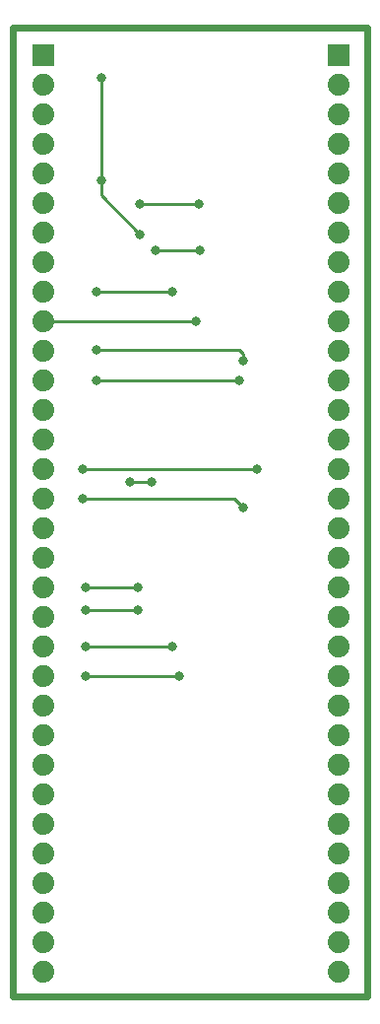
<source format=gbl>
G75*
G70*
%OFA0B0*%
%FSLAX24Y24*%
%IPPOS*%
%LPD*%
%AMOC8*
5,1,8,0,0,1.08239X$1,22.5*
%
%ADD10C,0.0240*%
%ADD11R,0.0740X0.0740*%
%ADD12C,0.0740*%
%ADD13C,0.0317*%
%ADD14C,0.0100*%
D10*
X000284Y000380D02*
X000284Y033135D01*
X012292Y033135D01*
X012292Y000380D01*
X000284Y000380D01*
D11*
X001316Y032202D03*
X011316Y032202D03*
D12*
X011316Y031202D03*
X011316Y030202D03*
X011316Y029202D03*
X011316Y028202D03*
X011316Y027202D03*
X011316Y026202D03*
X011316Y025202D03*
X011316Y024202D03*
X011316Y023202D03*
X011316Y022202D03*
X011316Y021202D03*
X011316Y020202D03*
X011316Y019202D03*
X011316Y018202D03*
X011316Y017202D03*
X011316Y016202D03*
X011316Y015202D03*
X011316Y014202D03*
X011316Y013202D03*
X011316Y012202D03*
X011316Y011202D03*
X011316Y010202D03*
X011316Y009202D03*
X011316Y008202D03*
X011316Y007202D03*
X011316Y006202D03*
X011316Y005202D03*
X011316Y004202D03*
X011316Y003202D03*
X011316Y002202D03*
X011316Y001202D03*
X001316Y001202D03*
X001316Y002202D03*
X001316Y003202D03*
X001316Y004202D03*
X001316Y005202D03*
X001316Y006202D03*
X001316Y007202D03*
X001316Y008202D03*
X001316Y009202D03*
X001316Y010202D03*
X001316Y011202D03*
X001316Y012202D03*
X001316Y013202D03*
X001316Y014202D03*
X001316Y015202D03*
X001316Y016202D03*
X001316Y017202D03*
X001316Y018202D03*
X001316Y019202D03*
X001316Y020202D03*
X001316Y021202D03*
X001316Y022202D03*
X001316Y023202D03*
X001316Y024202D03*
X001316Y025202D03*
X001316Y026202D03*
X001316Y027202D03*
X001316Y028202D03*
X001316Y029202D03*
X001316Y030202D03*
X001316Y031202D03*
D13*
X003276Y031443D03*
X003276Y027978D03*
X004599Y027155D03*
X004595Y026147D03*
X005127Y025616D03*
X005697Y024198D03*
X006485Y023194D03*
X006623Y025616D03*
X006599Y027155D03*
X008079Y021876D03*
X007961Y021187D03*
X008552Y018194D03*
X008099Y016895D03*
X005934Y011206D03*
X005697Y012191D03*
X004516Y013431D03*
X004516Y014198D03*
X004241Y017761D03*
X004989Y017761D03*
X003138Y021187D03*
X003138Y022230D03*
X003138Y024198D03*
X002646Y018194D03*
X002646Y017210D03*
X002764Y014198D03*
X002764Y013431D03*
X002764Y012191D03*
X002764Y011206D03*
D14*
X005934Y011206D01*
X005697Y012191D02*
X002764Y012191D01*
X002764Y013431D02*
X004516Y013431D01*
X004516Y014198D02*
X002764Y014198D01*
X002646Y017210D02*
X007784Y017210D01*
X008099Y016895D01*
X008552Y018194D02*
X002646Y018194D01*
X003138Y021187D02*
X007961Y021187D01*
X008079Y021876D02*
X008079Y022092D01*
X007942Y022230D01*
X003138Y022230D01*
X003138Y024198D02*
X005697Y024198D01*
X005127Y025616D02*
X006623Y025616D01*
X006599Y027155D02*
X004599Y027155D01*
X004595Y026147D02*
X003276Y027466D01*
X003276Y027978D01*
X003276Y031443D01*
X001316Y023202D02*
X001323Y023194D01*
X006485Y023194D01*
X004989Y017761D02*
X004241Y017761D01*
M02*

</source>
